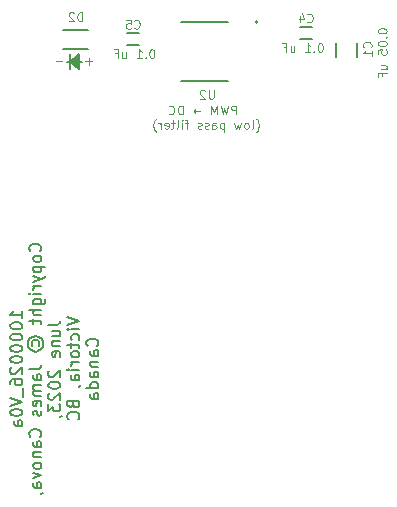
<source format=gbo>
%TF.GenerationSoftware,KiCad,Pcbnew,6.0.10-86aedd382b~118~ubuntu18.04.1*%
%TF.CreationDate,2023-06-08T12:45:09-07:00*%
%TF.ProjectId,1000026_V0.kicad_pcb,31303030-3032-4365-9f56-302e6b696361,rev?*%
%TF.SameCoordinates,Original*%
%TF.FileFunction,Legend,Bot*%
%TF.FilePolarity,Positive*%
%FSLAX46Y46*%
G04 Gerber Fmt 4.6, Leading zero omitted, Abs format (unit mm)*
G04 Created by KiCad (PCBNEW 6.0.10-86aedd382b~118~ubuntu18.04.1) date 2023-06-08 12:45:09*
%MOMM*%
%LPD*%
G01*
G04 APERTURE LIST*
%ADD10C,0.150000*%
%ADD11C,0.120000*%
%ADD12C,0.127000*%
%ADD13C,0.200000*%
%ADD14C,0.152400*%
G04 APERTURE END LIST*
D10*
X130112180Y-80303676D02*
X130112180Y-79732247D01*
X130112180Y-80017961D02*
X129112180Y-80017961D01*
X129255038Y-79922723D01*
X129350276Y-79827485D01*
X129397895Y-79732247D01*
X129112180Y-80922723D02*
X129112180Y-81017961D01*
X129159800Y-81113200D01*
X129207419Y-81160819D01*
X129302657Y-81208438D01*
X129493133Y-81256057D01*
X129731228Y-81256057D01*
X129921704Y-81208438D01*
X130016942Y-81160819D01*
X130064561Y-81113200D01*
X130112180Y-81017961D01*
X130112180Y-80922723D01*
X130064561Y-80827485D01*
X130016942Y-80779866D01*
X129921704Y-80732247D01*
X129731228Y-80684628D01*
X129493133Y-80684628D01*
X129302657Y-80732247D01*
X129207419Y-80779866D01*
X129159800Y-80827485D01*
X129112180Y-80922723D01*
X129112180Y-81875104D02*
X129112180Y-81970342D01*
X129159800Y-82065580D01*
X129207419Y-82113200D01*
X129302657Y-82160819D01*
X129493133Y-82208438D01*
X129731228Y-82208438D01*
X129921704Y-82160819D01*
X130016942Y-82113200D01*
X130064561Y-82065580D01*
X130112180Y-81970342D01*
X130112180Y-81875104D01*
X130064561Y-81779866D01*
X130016942Y-81732247D01*
X129921704Y-81684628D01*
X129731228Y-81637009D01*
X129493133Y-81637009D01*
X129302657Y-81684628D01*
X129207419Y-81732247D01*
X129159800Y-81779866D01*
X129112180Y-81875104D01*
X129112180Y-82827485D02*
X129112180Y-82922723D01*
X129159800Y-83017961D01*
X129207419Y-83065580D01*
X129302657Y-83113200D01*
X129493133Y-83160819D01*
X129731228Y-83160819D01*
X129921704Y-83113200D01*
X130016942Y-83065580D01*
X130064561Y-83017961D01*
X130112180Y-82922723D01*
X130112180Y-82827485D01*
X130064561Y-82732247D01*
X130016942Y-82684628D01*
X129921704Y-82637009D01*
X129731228Y-82589390D01*
X129493133Y-82589390D01*
X129302657Y-82637009D01*
X129207419Y-82684628D01*
X129159800Y-82732247D01*
X129112180Y-82827485D01*
X129112180Y-83779866D02*
X129112180Y-83875104D01*
X129159800Y-83970342D01*
X129207419Y-84017961D01*
X129302657Y-84065580D01*
X129493133Y-84113200D01*
X129731228Y-84113200D01*
X129921704Y-84065580D01*
X130016942Y-84017961D01*
X130064561Y-83970342D01*
X130112180Y-83875104D01*
X130112180Y-83779866D01*
X130064561Y-83684628D01*
X130016942Y-83637009D01*
X129921704Y-83589390D01*
X129731228Y-83541771D01*
X129493133Y-83541771D01*
X129302657Y-83589390D01*
X129207419Y-83637009D01*
X129159800Y-83684628D01*
X129112180Y-83779866D01*
X129207419Y-84494152D02*
X129159800Y-84541771D01*
X129112180Y-84637009D01*
X129112180Y-84875104D01*
X129159800Y-84970342D01*
X129207419Y-85017961D01*
X129302657Y-85065580D01*
X129397895Y-85065580D01*
X129540752Y-85017961D01*
X130112180Y-84446533D01*
X130112180Y-85065580D01*
X129112180Y-85922723D02*
X129112180Y-85732247D01*
X129159800Y-85637009D01*
X129207419Y-85589390D01*
X129350276Y-85494152D01*
X129540752Y-85446533D01*
X129921704Y-85446533D01*
X130016942Y-85494152D01*
X130064561Y-85541771D01*
X130112180Y-85637009D01*
X130112180Y-85827485D01*
X130064561Y-85922723D01*
X130016942Y-85970342D01*
X129921704Y-86017961D01*
X129683609Y-86017961D01*
X129588371Y-85970342D01*
X129540752Y-85922723D01*
X129493133Y-85827485D01*
X129493133Y-85637009D01*
X129540752Y-85541771D01*
X129588371Y-85494152D01*
X129683609Y-85446533D01*
X130207419Y-86208438D02*
X130207419Y-86970342D01*
X129112180Y-87065580D02*
X130112180Y-87398914D01*
X129112180Y-87732247D01*
X129112180Y-88256057D02*
X129112180Y-88351295D01*
X129159800Y-88446533D01*
X129207419Y-88494152D01*
X129302657Y-88541771D01*
X129493133Y-88589390D01*
X129731228Y-88589390D01*
X129921704Y-88541771D01*
X130016942Y-88494152D01*
X130064561Y-88446533D01*
X130112180Y-88351295D01*
X130112180Y-88256057D01*
X130064561Y-88160819D01*
X130016942Y-88113200D01*
X129921704Y-88065580D01*
X129731228Y-88017961D01*
X129493133Y-88017961D01*
X129302657Y-88065580D01*
X129207419Y-88113200D01*
X129159800Y-88160819D01*
X129112180Y-88256057D01*
X130112180Y-89446533D02*
X129588371Y-89446533D01*
X129493133Y-89398914D01*
X129445514Y-89303676D01*
X129445514Y-89113200D01*
X129493133Y-89017961D01*
X130064561Y-89446533D02*
X130112180Y-89351295D01*
X130112180Y-89113200D01*
X130064561Y-89017961D01*
X129969323Y-88970342D01*
X129874085Y-88970342D01*
X129778847Y-89017961D01*
X129731228Y-89113200D01*
X129731228Y-89351295D01*
X129683609Y-89446533D01*
X131626942Y-74637009D02*
X131674561Y-74589390D01*
X131722180Y-74446533D01*
X131722180Y-74351295D01*
X131674561Y-74208438D01*
X131579323Y-74113200D01*
X131484085Y-74065580D01*
X131293609Y-74017961D01*
X131150752Y-74017961D01*
X130960276Y-74065580D01*
X130865038Y-74113200D01*
X130769800Y-74208438D01*
X130722180Y-74351295D01*
X130722180Y-74446533D01*
X130769800Y-74589390D01*
X130817419Y-74637009D01*
X131722180Y-75208438D02*
X131674561Y-75113200D01*
X131626942Y-75065580D01*
X131531704Y-75017961D01*
X131245990Y-75017961D01*
X131150752Y-75065580D01*
X131103133Y-75113200D01*
X131055514Y-75208438D01*
X131055514Y-75351295D01*
X131103133Y-75446533D01*
X131150752Y-75494152D01*
X131245990Y-75541771D01*
X131531704Y-75541771D01*
X131626942Y-75494152D01*
X131674561Y-75446533D01*
X131722180Y-75351295D01*
X131722180Y-75208438D01*
X131055514Y-75970342D02*
X132055514Y-75970342D01*
X131103133Y-75970342D02*
X131055514Y-76065580D01*
X131055514Y-76256057D01*
X131103133Y-76351295D01*
X131150752Y-76398914D01*
X131245990Y-76446533D01*
X131531704Y-76446533D01*
X131626942Y-76398914D01*
X131674561Y-76351295D01*
X131722180Y-76256057D01*
X131722180Y-76065580D01*
X131674561Y-75970342D01*
X131055514Y-76779866D02*
X131722180Y-77017961D01*
X131055514Y-77256057D02*
X131722180Y-77017961D01*
X131960276Y-76922723D01*
X132007895Y-76875104D01*
X132055514Y-76779866D01*
X131722180Y-77637009D02*
X131055514Y-77637009D01*
X131245990Y-77637009D02*
X131150752Y-77684628D01*
X131103133Y-77732247D01*
X131055514Y-77827485D01*
X131055514Y-77922723D01*
X131722180Y-78256057D02*
X131055514Y-78256057D01*
X130722180Y-78256057D02*
X130769800Y-78208438D01*
X130817419Y-78256057D01*
X130769800Y-78303676D01*
X130722180Y-78256057D01*
X130817419Y-78256057D01*
X131055514Y-79160819D02*
X131865038Y-79160819D01*
X131960276Y-79113200D01*
X132007895Y-79065580D01*
X132055514Y-78970342D01*
X132055514Y-78827485D01*
X132007895Y-78732247D01*
X131674561Y-79160819D02*
X131722180Y-79065580D01*
X131722180Y-78875104D01*
X131674561Y-78779866D01*
X131626942Y-78732247D01*
X131531704Y-78684628D01*
X131245990Y-78684628D01*
X131150752Y-78732247D01*
X131103133Y-78779866D01*
X131055514Y-78875104D01*
X131055514Y-79065580D01*
X131103133Y-79160819D01*
X131722180Y-79637009D02*
X130722180Y-79637009D01*
X131722180Y-80065580D02*
X131198371Y-80065580D01*
X131103133Y-80017961D01*
X131055514Y-79922723D01*
X131055514Y-79779866D01*
X131103133Y-79684628D01*
X131150752Y-79637009D01*
X131055514Y-80398914D02*
X131055514Y-80779866D01*
X130722180Y-80541771D02*
X131579323Y-80541771D01*
X131674561Y-80589390D01*
X131722180Y-80684628D01*
X131722180Y-80779866D01*
X130960276Y-82684628D02*
X130912657Y-82589390D01*
X130912657Y-82398914D01*
X130960276Y-82303676D01*
X131055514Y-82208438D01*
X131150752Y-82160819D01*
X131341228Y-82160819D01*
X131436466Y-82208438D01*
X131531704Y-82303676D01*
X131579323Y-82398914D01*
X131579323Y-82589390D01*
X131531704Y-82684628D01*
X130579323Y-82494152D02*
X130626942Y-82256057D01*
X130769800Y-82017961D01*
X131007895Y-81875104D01*
X131245990Y-81827485D01*
X131484085Y-81875104D01*
X131722180Y-82017961D01*
X131865038Y-82256057D01*
X131912657Y-82494152D01*
X131865038Y-82732247D01*
X131722180Y-82970342D01*
X131484085Y-83113199D01*
X131245990Y-83160819D01*
X131007895Y-83113199D01*
X130769800Y-82970342D01*
X130626942Y-82732247D01*
X130579323Y-82494152D01*
X130722180Y-84637009D02*
X131436466Y-84637009D01*
X131579323Y-84589390D01*
X131674561Y-84494152D01*
X131722180Y-84351295D01*
X131722180Y-84256057D01*
X131722180Y-85541771D02*
X131198371Y-85541771D01*
X131103133Y-85494152D01*
X131055514Y-85398914D01*
X131055514Y-85208438D01*
X131103133Y-85113199D01*
X131674561Y-85541771D02*
X131722180Y-85446533D01*
X131722180Y-85208438D01*
X131674561Y-85113199D01*
X131579323Y-85065580D01*
X131484085Y-85065580D01*
X131388847Y-85113199D01*
X131341228Y-85208438D01*
X131341228Y-85446533D01*
X131293609Y-85541771D01*
X131722180Y-86017961D02*
X131055514Y-86017961D01*
X131150752Y-86017961D02*
X131103133Y-86065580D01*
X131055514Y-86160819D01*
X131055514Y-86303676D01*
X131103133Y-86398914D01*
X131198371Y-86446533D01*
X131722180Y-86446533D01*
X131198371Y-86446533D02*
X131103133Y-86494152D01*
X131055514Y-86589390D01*
X131055514Y-86732247D01*
X131103133Y-86827485D01*
X131198371Y-86875104D01*
X131722180Y-86875104D01*
X131674561Y-87732247D02*
X131722180Y-87637009D01*
X131722180Y-87446533D01*
X131674561Y-87351295D01*
X131579323Y-87303676D01*
X131198371Y-87303676D01*
X131103133Y-87351295D01*
X131055514Y-87446533D01*
X131055514Y-87637009D01*
X131103133Y-87732247D01*
X131198371Y-87779866D01*
X131293609Y-87779866D01*
X131388847Y-87303676D01*
X131674561Y-88160819D02*
X131722180Y-88256057D01*
X131722180Y-88446533D01*
X131674561Y-88541771D01*
X131579323Y-88589390D01*
X131531704Y-88589390D01*
X131436466Y-88541771D01*
X131388847Y-88446533D01*
X131388847Y-88303676D01*
X131341228Y-88208438D01*
X131245990Y-88160819D01*
X131198371Y-88160819D01*
X131103133Y-88208438D01*
X131055514Y-88303676D01*
X131055514Y-88446533D01*
X131103133Y-88541771D01*
X131626942Y-90351295D02*
X131674561Y-90303676D01*
X131722180Y-90160819D01*
X131722180Y-90065580D01*
X131674561Y-89922723D01*
X131579323Y-89827485D01*
X131484085Y-89779866D01*
X131293609Y-89732247D01*
X131150752Y-89732247D01*
X130960276Y-89779866D01*
X130865038Y-89827485D01*
X130769800Y-89922723D01*
X130722180Y-90065580D01*
X130722180Y-90160819D01*
X130769800Y-90303676D01*
X130817419Y-90351295D01*
X131722180Y-91208438D02*
X131198371Y-91208438D01*
X131103133Y-91160819D01*
X131055514Y-91065580D01*
X131055514Y-90875104D01*
X131103133Y-90779866D01*
X131674561Y-91208438D02*
X131722180Y-91113199D01*
X131722180Y-90875104D01*
X131674561Y-90779866D01*
X131579323Y-90732247D01*
X131484085Y-90732247D01*
X131388847Y-90779866D01*
X131341228Y-90875104D01*
X131341228Y-91113199D01*
X131293609Y-91208438D01*
X131055514Y-91684628D02*
X131722180Y-91684628D01*
X131150752Y-91684628D02*
X131103133Y-91732247D01*
X131055514Y-91827485D01*
X131055514Y-91970342D01*
X131103133Y-92065580D01*
X131198371Y-92113199D01*
X131722180Y-92113199D01*
X131722180Y-92732247D02*
X131674561Y-92637009D01*
X131626942Y-92589390D01*
X131531704Y-92541771D01*
X131245990Y-92541771D01*
X131150752Y-92589390D01*
X131103133Y-92637009D01*
X131055514Y-92732247D01*
X131055514Y-92875104D01*
X131103133Y-92970342D01*
X131150752Y-93017961D01*
X131245990Y-93065580D01*
X131531704Y-93065580D01*
X131626942Y-93017961D01*
X131674561Y-92970342D01*
X131722180Y-92875104D01*
X131722180Y-92732247D01*
X131055514Y-93398914D02*
X131722180Y-93637009D01*
X131055514Y-93875104D01*
X131722180Y-94684628D02*
X131198371Y-94684628D01*
X131103133Y-94637009D01*
X131055514Y-94541771D01*
X131055514Y-94351295D01*
X131103133Y-94256057D01*
X131674561Y-94684628D02*
X131722180Y-94589390D01*
X131722180Y-94351295D01*
X131674561Y-94256057D01*
X131579323Y-94208438D01*
X131484085Y-94208438D01*
X131388847Y-94256057D01*
X131341228Y-94351295D01*
X131341228Y-94589390D01*
X131293609Y-94684628D01*
X131674561Y-95208438D02*
X131722180Y-95208438D01*
X131817419Y-95160819D01*
X131865038Y-95113199D01*
X132332180Y-80898914D02*
X133046466Y-80898914D01*
X133189323Y-80851295D01*
X133284561Y-80756057D01*
X133332180Y-80613200D01*
X133332180Y-80517961D01*
X132665514Y-81803676D02*
X133332180Y-81803676D01*
X132665514Y-81375104D02*
X133189323Y-81375104D01*
X133284561Y-81422723D01*
X133332180Y-81517961D01*
X133332180Y-81660819D01*
X133284561Y-81756057D01*
X133236942Y-81803676D01*
X132665514Y-82279866D02*
X133332180Y-82279866D01*
X132760752Y-82279866D02*
X132713133Y-82327485D01*
X132665514Y-82422723D01*
X132665514Y-82565580D01*
X132713133Y-82660819D01*
X132808371Y-82708438D01*
X133332180Y-82708438D01*
X133284561Y-83565580D02*
X133332180Y-83470342D01*
X133332180Y-83279866D01*
X133284561Y-83184628D01*
X133189323Y-83137009D01*
X132808371Y-83137009D01*
X132713133Y-83184628D01*
X132665514Y-83279866D01*
X132665514Y-83470342D01*
X132713133Y-83565580D01*
X132808371Y-83613200D01*
X132903609Y-83613200D01*
X132998847Y-83137009D01*
X132427419Y-84756057D02*
X132379800Y-84803676D01*
X132332180Y-84898914D01*
X132332180Y-85137009D01*
X132379800Y-85232247D01*
X132427419Y-85279866D01*
X132522657Y-85327485D01*
X132617895Y-85327485D01*
X132760752Y-85279866D01*
X133332180Y-84708438D01*
X133332180Y-85327485D01*
X132332180Y-85946533D02*
X132332180Y-86041771D01*
X132379800Y-86137009D01*
X132427419Y-86184628D01*
X132522657Y-86232247D01*
X132713133Y-86279866D01*
X132951228Y-86279866D01*
X133141704Y-86232247D01*
X133236942Y-86184628D01*
X133284561Y-86137009D01*
X133332180Y-86041771D01*
X133332180Y-85946533D01*
X133284561Y-85851295D01*
X133236942Y-85803676D01*
X133141704Y-85756057D01*
X132951228Y-85708438D01*
X132713133Y-85708438D01*
X132522657Y-85756057D01*
X132427419Y-85803676D01*
X132379800Y-85851295D01*
X132332180Y-85946533D01*
X132427419Y-86660819D02*
X132379800Y-86708438D01*
X132332180Y-86803676D01*
X132332180Y-87041771D01*
X132379800Y-87137009D01*
X132427419Y-87184628D01*
X132522657Y-87232247D01*
X132617895Y-87232247D01*
X132760752Y-87184628D01*
X133332180Y-86613200D01*
X133332180Y-87232247D01*
X132332180Y-87565580D02*
X132332180Y-88184628D01*
X132713133Y-87851295D01*
X132713133Y-87994152D01*
X132760752Y-88089390D01*
X132808371Y-88137009D01*
X132903609Y-88184628D01*
X133141704Y-88184628D01*
X133236942Y-88137009D01*
X133284561Y-88089390D01*
X133332180Y-87994152D01*
X133332180Y-87708438D01*
X133284561Y-87613200D01*
X133236942Y-87565580D01*
X133284561Y-88660819D02*
X133332180Y-88660819D01*
X133427419Y-88613200D01*
X133475038Y-88565580D01*
X133942180Y-80256057D02*
X134942180Y-80589390D01*
X133942180Y-80922723D01*
X134942180Y-81256057D02*
X134275514Y-81256057D01*
X133942180Y-81256057D02*
X133989800Y-81208438D01*
X134037419Y-81256057D01*
X133989800Y-81303676D01*
X133942180Y-81256057D01*
X134037419Y-81256057D01*
X134894561Y-82160819D02*
X134942180Y-82065580D01*
X134942180Y-81875104D01*
X134894561Y-81779866D01*
X134846942Y-81732247D01*
X134751704Y-81684628D01*
X134465990Y-81684628D01*
X134370752Y-81732247D01*
X134323133Y-81779866D01*
X134275514Y-81875104D01*
X134275514Y-82065580D01*
X134323133Y-82160819D01*
X134275514Y-82446533D02*
X134275514Y-82827485D01*
X133942180Y-82589390D02*
X134799323Y-82589390D01*
X134894561Y-82637009D01*
X134942180Y-82732247D01*
X134942180Y-82827485D01*
X134942180Y-83303676D02*
X134894561Y-83208438D01*
X134846942Y-83160819D01*
X134751704Y-83113200D01*
X134465990Y-83113200D01*
X134370752Y-83160819D01*
X134323133Y-83208438D01*
X134275514Y-83303676D01*
X134275514Y-83446533D01*
X134323133Y-83541771D01*
X134370752Y-83589390D01*
X134465990Y-83637009D01*
X134751704Y-83637009D01*
X134846942Y-83589390D01*
X134894561Y-83541771D01*
X134942180Y-83446533D01*
X134942180Y-83303676D01*
X134942180Y-84065580D02*
X134275514Y-84065580D01*
X134465990Y-84065580D02*
X134370752Y-84113200D01*
X134323133Y-84160819D01*
X134275514Y-84256057D01*
X134275514Y-84351295D01*
X134942180Y-84684628D02*
X134275514Y-84684628D01*
X133942180Y-84684628D02*
X133989800Y-84637009D01*
X134037419Y-84684628D01*
X133989800Y-84732247D01*
X133942180Y-84684628D01*
X134037419Y-84684628D01*
X134942180Y-85589390D02*
X134418371Y-85589390D01*
X134323133Y-85541771D01*
X134275514Y-85446533D01*
X134275514Y-85256057D01*
X134323133Y-85160819D01*
X134894561Y-85589390D02*
X134942180Y-85494152D01*
X134942180Y-85256057D01*
X134894561Y-85160819D01*
X134799323Y-85113200D01*
X134704085Y-85113200D01*
X134608847Y-85160819D01*
X134561228Y-85256057D01*
X134561228Y-85494152D01*
X134513609Y-85589390D01*
X134894561Y-86113200D02*
X134942180Y-86113200D01*
X135037419Y-86065580D01*
X135085038Y-86017961D01*
X134418371Y-87637009D02*
X134465990Y-87779866D01*
X134513609Y-87827485D01*
X134608847Y-87875104D01*
X134751704Y-87875104D01*
X134846942Y-87827485D01*
X134894561Y-87779866D01*
X134942180Y-87684628D01*
X134942180Y-87303676D01*
X133942180Y-87303676D01*
X133942180Y-87637009D01*
X133989800Y-87732247D01*
X134037419Y-87779866D01*
X134132657Y-87827485D01*
X134227895Y-87827485D01*
X134323133Y-87779866D01*
X134370752Y-87732247D01*
X134418371Y-87637009D01*
X134418371Y-87303676D01*
X134846942Y-88875104D02*
X134894561Y-88827485D01*
X134942180Y-88684628D01*
X134942180Y-88589390D01*
X134894561Y-88446533D01*
X134799323Y-88351295D01*
X134704085Y-88303676D01*
X134513609Y-88256057D01*
X134370752Y-88256057D01*
X134180276Y-88303676D01*
X134085038Y-88351295D01*
X133989800Y-88446533D01*
X133942180Y-88589390D01*
X133942180Y-88684628D01*
X133989800Y-88827485D01*
X134037419Y-88875104D01*
X136456942Y-82660819D02*
X136504561Y-82613200D01*
X136552180Y-82470342D01*
X136552180Y-82375104D01*
X136504561Y-82232247D01*
X136409323Y-82137009D01*
X136314085Y-82089390D01*
X136123609Y-82041771D01*
X135980752Y-82041771D01*
X135790276Y-82089390D01*
X135695038Y-82137009D01*
X135599800Y-82232247D01*
X135552180Y-82375104D01*
X135552180Y-82470342D01*
X135599800Y-82613200D01*
X135647419Y-82660819D01*
X136552180Y-83517961D02*
X136028371Y-83517961D01*
X135933133Y-83470342D01*
X135885514Y-83375104D01*
X135885514Y-83184628D01*
X135933133Y-83089390D01*
X136504561Y-83517961D02*
X136552180Y-83422723D01*
X136552180Y-83184628D01*
X136504561Y-83089390D01*
X136409323Y-83041771D01*
X136314085Y-83041771D01*
X136218847Y-83089390D01*
X136171228Y-83184628D01*
X136171228Y-83422723D01*
X136123609Y-83517961D01*
X135885514Y-83994152D02*
X136552180Y-83994152D01*
X135980752Y-83994152D02*
X135933133Y-84041771D01*
X135885514Y-84137009D01*
X135885514Y-84279866D01*
X135933133Y-84375104D01*
X136028371Y-84422723D01*
X136552180Y-84422723D01*
X136552180Y-85327485D02*
X136028371Y-85327485D01*
X135933133Y-85279866D01*
X135885514Y-85184628D01*
X135885514Y-84994152D01*
X135933133Y-84898914D01*
X136504561Y-85327485D02*
X136552180Y-85232247D01*
X136552180Y-84994152D01*
X136504561Y-84898914D01*
X136409323Y-84851295D01*
X136314085Y-84851295D01*
X136218847Y-84898914D01*
X136171228Y-84994152D01*
X136171228Y-85232247D01*
X136123609Y-85327485D01*
X136552180Y-86232247D02*
X135552180Y-86232247D01*
X136504561Y-86232247D02*
X136552180Y-86137009D01*
X136552180Y-85946533D01*
X136504561Y-85851295D01*
X136456942Y-85803676D01*
X136361704Y-85756057D01*
X136075990Y-85756057D01*
X135980752Y-85803676D01*
X135933133Y-85851295D01*
X135885514Y-85946533D01*
X135885514Y-86137009D01*
X135933133Y-86232247D01*
X136552180Y-87137009D02*
X136028371Y-87137009D01*
X135933133Y-87089390D01*
X135885514Y-86994152D01*
X135885514Y-86803676D01*
X135933133Y-86708438D01*
X136504561Y-87137009D02*
X136552180Y-87041771D01*
X136552180Y-86803676D01*
X136504561Y-86708438D01*
X136409323Y-86660819D01*
X136314085Y-86660819D01*
X136218847Y-86708438D01*
X136171228Y-86803676D01*
X136171228Y-87041771D01*
X136123609Y-87137009D01*
D11*
X148243371Y-63073735D02*
X148243371Y-62323735D01*
X147957657Y-62323735D01*
X147886228Y-62359450D01*
X147850514Y-62395164D01*
X147814800Y-62466592D01*
X147814800Y-62573735D01*
X147850514Y-62645164D01*
X147886228Y-62680878D01*
X147957657Y-62716592D01*
X148243371Y-62716592D01*
X147564800Y-62323735D02*
X147386228Y-63073735D01*
X147243371Y-62538021D01*
X147100514Y-63073735D01*
X146921942Y-62323735D01*
X146636228Y-63073735D02*
X146636228Y-62323735D01*
X146386228Y-62859450D01*
X146136228Y-62323735D01*
X146136228Y-63073735D01*
X145207657Y-62788021D02*
X144636228Y-62788021D01*
X144779085Y-62930878D02*
X144636228Y-62788021D01*
X144779085Y-62645164D01*
X143707657Y-63073735D02*
X143707657Y-62323735D01*
X143529085Y-62323735D01*
X143421942Y-62359450D01*
X143350514Y-62430878D01*
X143314800Y-62502307D01*
X143279085Y-62645164D01*
X143279085Y-62752307D01*
X143314800Y-62895164D01*
X143350514Y-62966592D01*
X143421942Y-63038021D01*
X143529085Y-63073735D01*
X143707657Y-63073735D01*
X142529085Y-63002307D02*
X142564800Y-63038021D01*
X142671942Y-63073735D01*
X142743371Y-63073735D01*
X142850514Y-63038021D01*
X142921942Y-62966592D01*
X142957657Y-62895164D01*
X142993371Y-62752307D01*
X142993371Y-62645164D01*
X142957657Y-62502307D01*
X142921942Y-62430878D01*
X142850514Y-62359450D01*
X142743371Y-62323735D01*
X142671942Y-62323735D01*
X142564800Y-62359450D01*
X142529085Y-62395164D01*
X149939800Y-64566950D02*
X149975514Y-64531235D01*
X150046942Y-64424092D01*
X150082657Y-64352664D01*
X150118371Y-64245521D01*
X150154085Y-64066950D01*
X150154085Y-63924092D01*
X150118371Y-63745521D01*
X150082657Y-63638378D01*
X150046942Y-63566950D01*
X149975514Y-63459807D01*
X149939800Y-63424092D01*
X149546942Y-64281235D02*
X149618371Y-64245521D01*
X149654085Y-64174092D01*
X149654085Y-63531235D01*
X149154085Y-64281235D02*
X149225514Y-64245521D01*
X149261228Y-64209807D01*
X149296942Y-64138378D01*
X149296942Y-63924092D01*
X149261228Y-63852664D01*
X149225514Y-63816950D01*
X149154085Y-63781235D01*
X149046942Y-63781235D01*
X148975514Y-63816950D01*
X148939800Y-63852664D01*
X148904085Y-63924092D01*
X148904085Y-64138378D01*
X148939800Y-64209807D01*
X148975514Y-64245521D01*
X149046942Y-64281235D01*
X149154085Y-64281235D01*
X148654085Y-63781235D02*
X148511228Y-64281235D01*
X148368371Y-63924092D01*
X148225514Y-64281235D01*
X148082657Y-63781235D01*
X147225514Y-63781235D02*
X147225514Y-64531235D01*
X147225514Y-63816950D02*
X147154085Y-63781235D01*
X147011228Y-63781235D01*
X146939800Y-63816950D01*
X146904085Y-63852664D01*
X146868371Y-63924092D01*
X146868371Y-64138378D01*
X146904085Y-64209807D01*
X146939800Y-64245521D01*
X147011228Y-64281235D01*
X147154085Y-64281235D01*
X147225514Y-64245521D01*
X146225514Y-64281235D02*
X146225514Y-63888378D01*
X146261228Y-63816950D01*
X146332657Y-63781235D01*
X146475514Y-63781235D01*
X146546942Y-63816950D01*
X146225514Y-64245521D02*
X146296942Y-64281235D01*
X146475514Y-64281235D01*
X146546942Y-64245521D01*
X146582657Y-64174092D01*
X146582657Y-64102664D01*
X146546942Y-64031235D01*
X146475514Y-63995521D01*
X146296942Y-63995521D01*
X146225514Y-63959807D01*
X145904085Y-64245521D02*
X145832657Y-64281235D01*
X145689800Y-64281235D01*
X145618371Y-64245521D01*
X145582657Y-64174092D01*
X145582657Y-64138378D01*
X145618371Y-64066950D01*
X145689800Y-64031235D01*
X145796942Y-64031235D01*
X145868371Y-63995521D01*
X145904085Y-63924092D01*
X145904085Y-63888378D01*
X145868371Y-63816950D01*
X145796942Y-63781235D01*
X145689800Y-63781235D01*
X145618371Y-63816950D01*
X145296942Y-64245521D02*
X145225514Y-64281235D01*
X145082657Y-64281235D01*
X145011228Y-64245521D01*
X144975514Y-64174092D01*
X144975514Y-64138378D01*
X145011228Y-64066950D01*
X145082657Y-64031235D01*
X145189800Y-64031235D01*
X145261228Y-63995521D01*
X145296942Y-63924092D01*
X145296942Y-63888378D01*
X145261228Y-63816950D01*
X145189800Y-63781235D01*
X145082657Y-63781235D01*
X145011228Y-63816950D01*
X144189800Y-63781235D02*
X143904085Y-63781235D01*
X144082657Y-64281235D02*
X144082657Y-63638378D01*
X144046942Y-63566950D01*
X143975514Y-63531235D01*
X143904085Y-63531235D01*
X143654085Y-64281235D02*
X143654085Y-63781235D01*
X143654085Y-63531235D02*
X143689800Y-63566950D01*
X143654085Y-63602664D01*
X143618371Y-63566950D01*
X143654085Y-63531235D01*
X143654085Y-63602664D01*
X143189800Y-64281235D02*
X143261228Y-64245521D01*
X143296942Y-64174092D01*
X143296942Y-63531235D01*
X143011228Y-63781235D02*
X142725514Y-63781235D01*
X142904085Y-63531235D02*
X142904085Y-64174092D01*
X142868371Y-64245521D01*
X142796942Y-64281235D01*
X142725514Y-64281235D01*
X142189800Y-64245521D02*
X142261228Y-64281235D01*
X142404085Y-64281235D01*
X142475514Y-64245521D01*
X142511228Y-64174092D01*
X142511228Y-63888378D01*
X142475514Y-63816950D01*
X142404085Y-63781235D01*
X142261228Y-63781235D01*
X142189800Y-63816950D01*
X142154085Y-63888378D01*
X142154085Y-63959807D01*
X142511228Y-64031235D01*
X141832657Y-64281235D02*
X141832657Y-63781235D01*
X141832657Y-63924092D02*
X141796942Y-63852664D01*
X141761228Y-63816950D01*
X141689800Y-63781235D01*
X141618371Y-63781235D01*
X141439800Y-64566950D02*
X141404085Y-64531235D01*
X141332657Y-64424092D01*
X141296942Y-64352664D01*
X141261228Y-64245521D01*
X141225514Y-64066950D01*
X141225514Y-63924092D01*
X141261228Y-63745521D01*
X141296942Y-63638378D01*
X141332657Y-63566950D01*
X141404085Y-63459807D01*
X141439800Y-63424092D01*
%TO.C,C5*%
X139614800Y-55731057D02*
X139650514Y-55766771D01*
X139757657Y-55802485D01*
X139829085Y-55802485D01*
X139936228Y-55766771D01*
X140007657Y-55695342D01*
X140043371Y-55623914D01*
X140079085Y-55481057D01*
X140079085Y-55373914D01*
X140043371Y-55231057D01*
X140007657Y-55159628D01*
X139936228Y-55088200D01*
X139829085Y-55052485D01*
X139757657Y-55052485D01*
X139650514Y-55088200D01*
X139614800Y-55123914D01*
X138936228Y-55052485D02*
X139293371Y-55052485D01*
X139329085Y-55409628D01*
X139293371Y-55373914D01*
X139221942Y-55338200D01*
X139043371Y-55338200D01*
X138971942Y-55373914D01*
X138936228Y-55409628D01*
X138900514Y-55481057D01*
X138900514Y-55659628D01*
X138936228Y-55731057D01*
X138971942Y-55766771D01*
X139043371Y-55802485D01*
X139221942Y-55802485D01*
X139293371Y-55766771D01*
X139329085Y-55731057D01*
X141132657Y-57552485D02*
X141061228Y-57552485D01*
X140989800Y-57588200D01*
X140954085Y-57623914D01*
X140918371Y-57695342D01*
X140882657Y-57838200D01*
X140882657Y-58016771D01*
X140918371Y-58159628D01*
X140954085Y-58231057D01*
X140989800Y-58266771D01*
X141061228Y-58302485D01*
X141132657Y-58302485D01*
X141204085Y-58266771D01*
X141239800Y-58231057D01*
X141275514Y-58159628D01*
X141311228Y-58016771D01*
X141311228Y-57838200D01*
X141275514Y-57695342D01*
X141239800Y-57623914D01*
X141204085Y-57588200D01*
X141132657Y-57552485D01*
X140561228Y-58231057D02*
X140525514Y-58266771D01*
X140561228Y-58302485D01*
X140596942Y-58266771D01*
X140561228Y-58231057D01*
X140561228Y-58302485D01*
X139811228Y-58302485D02*
X140239800Y-58302485D01*
X140025514Y-58302485D02*
X140025514Y-57552485D01*
X140096942Y-57659628D01*
X140168371Y-57731057D01*
X140239800Y-57766771D01*
X138596942Y-57802485D02*
X138596942Y-58302485D01*
X138918371Y-57802485D02*
X138918371Y-58195342D01*
X138882657Y-58266771D01*
X138811228Y-58302485D01*
X138704085Y-58302485D01*
X138632657Y-58266771D01*
X138596942Y-58231057D01*
X137989800Y-57909628D02*
X138239800Y-57909628D01*
X138239800Y-58302485D02*
X138239800Y-57552485D01*
X137882657Y-57552485D01*
%TO.C,C1*%
X159632657Y-57388200D02*
X159668371Y-57352485D01*
X159704085Y-57245342D01*
X159704085Y-57173914D01*
X159668371Y-57066771D01*
X159596942Y-56995342D01*
X159525514Y-56959628D01*
X159382657Y-56923914D01*
X159275514Y-56923914D01*
X159132657Y-56959628D01*
X159061228Y-56995342D01*
X158989800Y-57066771D01*
X158954085Y-57173914D01*
X158954085Y-57245342D01*
X158989800Y-57352485D01*
X159025514Y-57388200D01*
X159704085Y-58102485D02*
X159704085Y-57673914D01*
X159704085Y-57888200D02*
X158954085Y-57888200D01*
X159061228Y-57816771D01*
X159132657Y-57745342D01*
X159168371Y-57673914D01*
X160229085Y-55963200D02*
X160229085Y-56034628D01*
X160264800Y-56106057D01*
X160300514Y-56141771D01*
X160371942Y-56177485D01*
X160514800Y-56213200D01*
X160693371Y-56213200D01*
X160836228Y-56177485D01*
X160907657Y-56141771D01*
X160943371Y-56106057D01*
X160979085Y-56034628D01*
X160979085Y-55963200D01*
X160943371Y-55891771D01*
X160907657Y-55856057D01*
X160836228Y-55820342D01*
X160693371Y-55784628D01*
X160514800Y-55784628D01*
X160371942Y-55820342D01*
X160300514Y-55856057D01*
X160264800Y-55891771D01*
X160229085Y-55963200D01*
X160907657Y-56534628D02*
X160943371Y-56570342D01*
X160979085Y-56534628D01*
X160943371Y-56498914D01*
X160907657Y-56534628D01*
X160979085Y-56534628D01*
X160229085Y-57034628D02*
X160229085Y-57106057D01*
X160264800Y-57177485D01*
X160300514Y-57213200D01*
X160371942Y-57248914D01*
X160514800Y-57284628D01*
X160693371Y-57284628D01*
X160836228Y-57248914D01*
X160907657Y-57213200D01*
X160943371Y-57177485D01*
X160979085Y-57106057D01*
X160979085Y-57034628D01*
X160943371Y-56963200D01*
X160907657Y-56927485D01*
X160836228Y-56891771D01*
X160693371Y-56856057D01*
X160514800Y-56856057D01*
X160371942Y-56891771D01*
X160300514Y-56927485D01*
X160264800Y-56963200D01*
X160229085Y-57034628D01*
X160229085Y-57963200D02*
X160229085Y-57606057D01*
X160586228Y-57570342D01*
X160550514Y-57606057D01*
X160514800Y-57677485D01*
X160514800Y-57856057D01*
X160550514Y-57927485D01*
X160586228Y-57963200D01*
X160657657Y-57998914D01*
X160836228Y-57998914D01*
X160907657Y-57963200D01*
X160943371Y-57927485D01*
X160979085Y-57856057D01*
X160979085Y-57677485D01*
X160943371Y-57606057D01*
X160907657Y-57570342D01*
X160479085Y-59213200D02*
X160979085Y-59213200D01*
X160479085Y-58891771D02*
X160871942Y-58891771D01*
X160943371Y-58927485D01*
X160979085Y-58998914D01*
X160979085Y-59106057D01*
X160943371Y-59177485D01*
X160907657Y-59213200D01*
X160586228Y-59820342D02*
X160586228Y-59570342D01*
X160979085Y-59570342D02*
X160229085Y-59570342D01*
X160229085Y-59927485D01*
%TO.C,C4*%
X154264800Y-55206057D02*
X154300514Y-55241771D01*
X154407657Y-55277485D01*
X154479085Y-55277485D01*
X154586228Y-55241771D01*
X154657657Y-55170342D01*
X154693371Y-55098914D01*
X154729085Y-54956057D01*
X154729085Y-54848914D01*
X154693371Y-54706057D01*
X154657657Y-54634628D01*
X154586228Y-54563200D01*
X154479085Y-54527485D01*
X154407657Y-54527485D01*
X154300514Y-54563200D01*
X154264800Y-54598914D01*
X153621942Y-54777485D02*
X153621942Y-55277485D01*
X153800514Y-54491771D02*
X153979085Y-55027485D01*
X153514800Y-55027485D01*
X155382657Y-57027485D02*
X155311228Y-57027485D01*
X155239800Y-57063200D01*
X155204085Y-57098914D01*
X155168371Y-57170342D01*
X155132657Y-57313200D01*
X155132657Y-57491771D01*
X155168371Y-57634628D01*
X155204085Y-57706057D01*
X155239800Y-57741771D01*
X155311228Y-57777485D01*
X155382657Y-57777485D01*
X155454085Y-57741771D01*
X155489800Y-57706057D01*
X155525514Y-57634628D01*
X155561228Y-57491771D01*
X155561228Y-57313200D01*
X155525514Y-57170342D01*
X155489800Y-57098914D01*
X155454085Y-57063200D01*
X155382657Y-57027485D01*
X154811228Y-57706057D02*
X154775514Y-57741771D01*
X154811228Y-57777485D01*
X154846942Y-57741771D01*
X154811228Y-57706057D01*
X154811228Y-57777485D01*
X154061228Y-57777485D02*
X154489800Y-57777485D01*
X154275514Y-57777485D02*
X154275514Y-57027485D01*
X154346942Y-57134628D01*
X154418371Y-57206057D01*
X154489800Y-57241771D01*
X152846942Y-57277485D02*
X152846942Y-57777485D01*
X153168371Y-57277485D02*
X153168371Y-57670342D01*
X153132657Y-57741771D01*
X153061228Y-57777485D01*
X152954085Y-57777485D01*
X152882657Y-57741771D01*
X152846942Y-57706057D01*
X152239800Y-57384628D02*
X152489800Y-57384628D01*
X152489800Y-57777485D02*
X152489800Y-57027485D01*
X152132657Y-57027485D01*
%TO.C,U2*%
X146336228Y-60977485D02*
X146336228Y-61584628D01*
X146300514Y-61656057D01*
X146264800Y-61691771D01*
X146193371Y-61727485D01*
X146050514Y-61727485D01*
X145979085Y-61691771D01*
X145943371Y-61656057D01*
X145907657Y-61584628D01*
X145907657Y-60977485D01*
X145586228Y-61048914D02*
X145550514Y-61013200D01*
X145479085Y-60977485D01*
X145300514Y-60977485D01*
X145229085Y-61013200D01*
X145193371Y-61048914D01*
X145157657Y-61120342D01*
X145157657Y-61191771D01*
X145193371Y-61298914D01*
X145621942Y-61727485D01*
X145157657Y-61727485D01*
%TO.C,D2*%
X135203371Y-55186485D02*
X135203371Y-54436485D01*
X135024800Y-54436485D01*
X134917657Y-54472200D01*
X134846228Y-54543628D01*
X134810514Y-54615057D01*
X134774800Y-54757914D01*
X134774800Y-54865057D01*
X134810514Y-55007914D01*
X134846228Y-55079342D01*
X134917657Y-55150771D01*
X135024800Y-55186485D01*
X135203371Y-55186485D01*
X134489085Y-54507914D02*
X134453371Y-54472200D01*
X134381942Y-54436485D01*
X134203371Y-54436485D01*
X134131942Y-54472200D01*
X134096228Y-54507914D01*
X134060514Y-54579342D01*
X134060514Y-54650771D01*
X134096228Y-54757914D01*
X134524800Y-55186485D01*
X134060514Y-55186485D01*
X132939085Y-58568628D02*
X133510514Y-58568628D01*
X135464085Y-58568628D02*
X136035514Y-58568628D01*
X135749800Y-58282914D02*
X135749800Y-58854342D01*
D12*
%TO.C,C5*%
X138989800Y-56208200D02*
X139989800Y-56208200D01*
X139989800Y-57168200D02*
X138989800Y-57168200D01*
%TO.C,C1*%
X156689800Y-58183200D02*
X156689800Y-57043200D01*
X158489800Y-58183200D02*
X158489800Y-57043200D01*
%TO.C,C4*%
X154639800Y-56643200D02*
X153639800Y-56643200D01*
X153639800Y-55683200D02*
X154639800Y-55683200D01*
%TO.C,U2*%
X147525374Y-55225200D02*
X143525374Y-55225200D01*
X147525374Y-60265200D02*
X143525374Y-60265200D01*
D13*
X150070374Y-55250200D02*
G75*
G03*
X150070374Y-55250200I-100000J0D01*
G01*
D14*
%TO.C,D2*%
X134131800Y-58618600D02*
X134893800Y-58999600D01*
X135147800Y-58618600D02*
X133877800Y-58618600D01*
X135668500Y-57488300D02*
X133611100Y-57488300D01*
X134131800Y-58618600D02*
X134893800Y-59253600D01*
X134131800Y-58618600D02*
X134893800Y-58364600D01*
X134131800Y-58618600D02*
X134893800Y-58745600D01*
X134893800Y-59253600D02*
X134893800Y-57983600D01*
X134131800Y-59253600D02*
X134131800Y-57983600D01*
X134131800Y-58618600D02*
X134893800Y-59126600D01*
X133611100Y-55888100D02*
X135668500Y-55888100D01*
X134131800Y-58618600D02*
X134893800Y-58110600D01*
X134131800Y-58618600D02*
X134893800Y-57983600D01*
X134131800Y-58618600D02*
X134893800Y-58237600D01*
X134131800Y-58618600D02*
X134893800Y-58872600D01*
X134131800Y-58618600D02*
X134893800Y-58491600D01*
%TD*%
M02*

</source>
